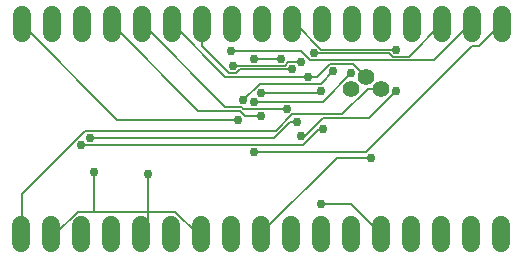
<source format=gbr>
G04 EAGLE Gerber RS-274X export*
G75*
%MOMM*%
%FSLAX34Y34*%
%LPD*%
%INBottom Copper*%
%IPPOS*%
%AMOC8*
5,1,8,0,0,1.08239X$1,22.5*%
G01*
%ADD10C,1.408000*%
%ADD11C,1.524000*%
%ADD12C,0.152400*%
%ADD13C,0.756400*%


D10*
X304800Y148100D03*
X317500Y158100D03*
X330200Y148100D03*
D11*
X25400Y33020D02*
X25400Y17780D01*
X50800Y17780D02*
X50800Y33020D01*
X76200Y33020D02*
X76200Y17780D01*
X101600Y17780D02*
X101600Y33020D01*
X127000Y33020D02*
X127000Y17780D01*
X152400Y17780D02*
X152400Y33020D01*
X177800Y33020D02*
X177800Y17780D01*
X203200Y17780D02*
X203200Y33020D01*
X228600Y33020D02*
X228600Y17780D01*
X254000Y17780D02*
X254000Y33020D01*
X279400Y33020D02*
X279400Y17780D01*
X304800Y17780D02*
X304800Y33020D01*
X330200Y33020D02*
X330200Y17780D01*
X355600Y17780D02*
X355600Y33020D01*
X381000Y33020D02*
X381000Y17780D01*
X406400Y17780D02*
X406400Y33020D01*
X431800Y33020D02*
X431800Y17780D01*
X25800Y195380D02*
X25800Y210620D01*
X51200Y210620D02*
X51200Y195380D01*
X76600Y195380D02*
X76600Y210620D01*
X102000Y210620D02*
X102000Y195380D01*
X127400Y195380D02*
X127400Y210620D01*
X152800Y210620D02*
X152800Y195380D01*
X178200Y195380D02*
X178200Y210620D01*
X203600Y210620D02*
X203600Y195380D01*
X229000Y195380D02*
X229000Y210620D01*
X254400Y210620D02*
X254400Y195380D01*
X279800Y195380D02*
X279800Y210620D01*
X305200Y210620D02*
X305200Y195380D01*
X330600Y195380D02*
X330600Y210620D01*
X356000Y210620D02*
X356000Y195380D01*
X381400Y195380D02*
X381400Y210620D01*
X406800Y210620D02*
X406800Y195380D01*
X432200Y195380D02*
X432200Y210620D01*
D12*
X132588Y44196D02*
X132588Y30480D01*
X132588Y44196D02*
X132588Y76200D01*
X132588Y30480D02*
X128016Y25908D01*
X127000Y25400D01*
X54864Y25908D02*
X51816Y25908D01*
X54864Y25908D02*
X73152Y44196D01*
X86868Y44196D02*
X132588Y44196D01*
X86868Y44196D02*
X73152Y44196D01*
X51816Y25908D02*
X50800Y25400D01*
X173736Y25908D02*
X176784Y25908D01*
X173736Y25908D02*
X155448Y44196D01*
X132588Y44196D01*
X176784Y25908D02*
X177800Y25400D01*
X268224Y158496D02*
X275844Y158496D01*
X286512Y169164D01*
X306324Y169164D01*
X316992Y158496D01*
X317500Y158100D01*
X268224Y158496D02*
X198120Y158496D01*
X153924Y202692D01*
X152800Y203000D01*
X86868Y77724D02*
X86868Y44196D01*
D13*
X132588Y76200D03*
X268224Y158496D03*
X86868Y77724D03*
D12*
X318516Y147828D02*
X329184Y147828D01*
X318516Y147828D02*
X297180Y126492D01*
X254508Y126492D01*
X240792Y112776D01*
X79248Y112776D01*
X25908Y59436D01*
X25908Y25908D01*
X329184Y147828D02*
X330200Y148100D01*
X25908Y25908D02*
X25400Y25400D01*
X292608Y89916D02*
X321564Y89916D01*
X292608Y89916D02*
X228600Y25908D01*
X228600Y25400D01*
D13*
X321564Y89916D03*
D12*
X280416Y114300D02*
X277368Y114300D01*
X263652Y100584D01*
X76200Y100584D01*
D13*
X280416Y114300D03*
X76200Y100584D03*
D12*
X106680Y121920D02*
X208788Y121920D01*
X106680Y121920D02*
X25908Y202692D01*
X25800Y203000D01*
D13*
X208788Y121920D03*
D12*
X213360Y131064D02*
X249936Y131064D01*
X213360Y131064D02*
X211836Y132588D01*
X198120Y132588D01*
X128016Y202692D01*
X127400Y203000D01*
D13*
X249936Y131064D03*
D12*
X254508Y164592D02*
X210312Y164592D01*
X207264Y161544D01*
X201168Y161544D01*
X178308Y184404D01*
X178308Y202692D01*
X178200Y203000D01*
D13*
X254508Y164592D03*
D12*
X228600Y124968D02*
X214884Y124968D01*
X210312Y129540D01*
X175260Y129540D01*
X102108Y202692D01*
X102000Y203000D01*
D13*
X228600Y124968D03*
D12*
X252984Y120396D02*
X259080Y120396D01*
X252984Y120396D02*
X239268Y106680D01*
X83820Y106680D01*
D13*
X259080Y120396D03*
X83820Y106680D03*
D12*
X262128Y108204D02*
X265176Y108204D01*
X280416Y123444D01*
X320040Y123444D01*
X342900Y146304D01*
X342900Y181356D02*
X278892Y181356D01*
X257556Y202692D01*
X254508Y202692D01*
X254400Y203000D01*
D13*
X262128Y108204D03*
X342900Y146304D03*
X342900Y181356D03*
D12*
X277368Y144780D02*
X228600Y144780D01*
X277368Y144780D02*
X278892Y146304D01*
D13*
X228600Y144780D03*
X278892Y146304D03*
D12*
X248412Y167640D02*
X204216Y167640D01*
X248412Y167640D02*
X251460Y170688D01*
X262128Y170688D01*
D13*
X204216Y167640D03*
X262128Y170688D03*
D12*
X227076Y152400D02*
X213360Y138684D01*
X227076Y152400D02*
X278892Y152400D01*
X289560Y163068D01*
D13*
X213360Y138684D03*
X289560Y163068D03*
D12*
X280416Y137160D02*
X222504Y137160D01*
X280416Y137160D02*
X304800Y161544D01*
D13*
X222504Y137160D03*
X304800Y161544D03*
D12*
X245364Y173736D02*
X222504Y173736D01*
X272796Y178308D02*
X336804Y178308D01*
X339852Y175260D01*
X353568Y175260D01*
X381000Y202692D01*
X381400Y203000D01*
D13*
X222504Y173736D03*
X245364Y173736D03*
X272796Y178308D03*
D12*
X262128Y179832D02*
X202692Y179832D01*
X262128Y179832D02*
X269748Y172212D01*
X374904Y172212D01*
X405384Y202692D01*
X406800Y203000D01*
D13*
X202692Y179832D03*
D12*
X222504Y94488D02*
X316992Y94488D01*
X406908Y184404D01*
X413004Y184404D01*
X431292Y202692D01*
X432200Y203000D01*
D13*
X222504Y94488D03*
D12*
X278892Y50292D02*
X304800Y50292D01*
X329184Y25908D01*
X330200Y25400D01*
D13*
X278892Y50292D03*
M02*

</source>
